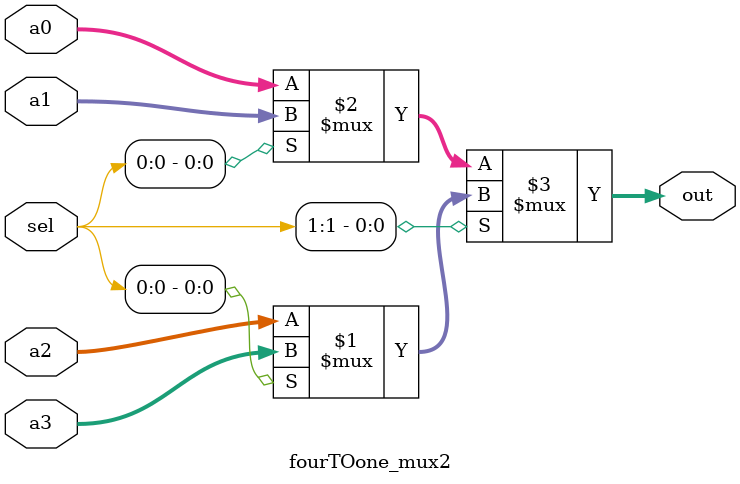
<source format=sv>
module fourTOone_mux2
	(
	input logic [15:0] a0,
	input logic [15:0] a1,
	input logic [15:0] a2,
	input logic [15:0] a3,
	input logic [1:0] sel,
	output logic [15:0] out
	);
	assign out = sel[1] ? (sel[0] ? a3 : a2) : (sel[0] ? a1 : a0); 
	
	//this 4x1 mux takes 16bit inputs

endmodule

</source>
